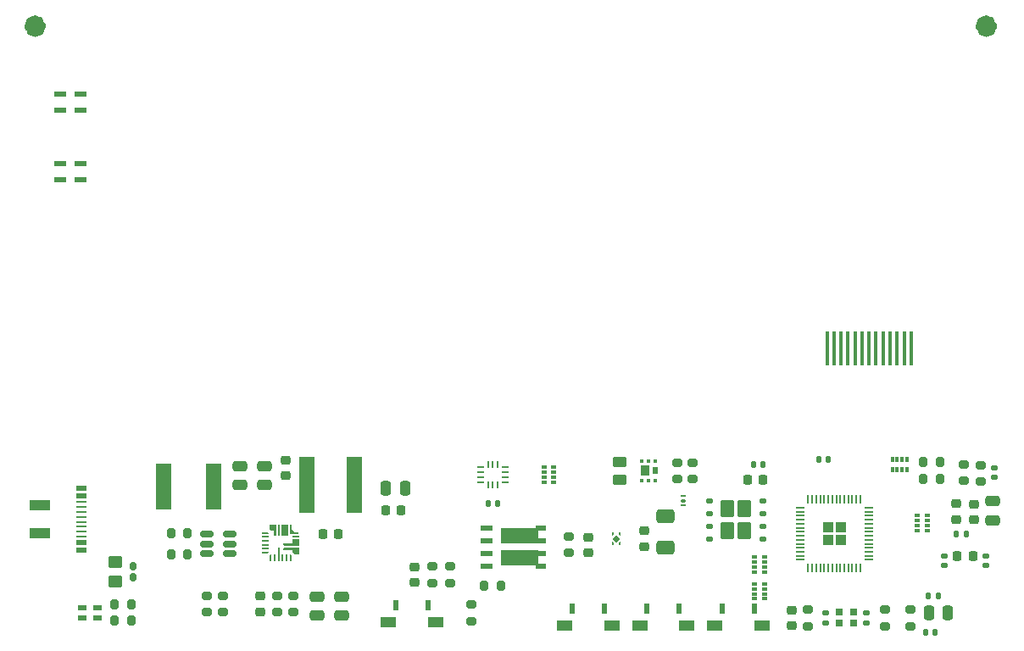
<source format=gbr>
%TF.GenerationSoftware,KiCad,Pcbnew,(5.99.0-11593-g5155093ec0)*%
%TF.CreationDate,2021-08-09T14:05:58+02:00*%
%TF.ProjectId,flatlight_rev21_eside,666c6174-6c69-4676-9874-5f7265763231,rev?*%
%TF.SameCoordinates,Original*%
%TF.FileFunction,Paste,Top*%
%TF.FilePolarity,Positive*%
%FSLAX46Y46*%
G04 Gerber Fmt 4.6, Leading zero omitted, Abs format (unit mm)*
G04 Created by KiCad (PCBNEW (5.99.0-11593-g5155093ec0)) date 2021-08-09 14:05:58*
%MOMM*%
%LPD*%
G01*
G04 APERTURE LIST*
G04 Aperture macros list*
%AMRoundRect*
0 Rectangle with rounded corners*
0 $1 Rounding radius*
0 $2 $3 $4 $5 $6 $7 $8 $9 X,Y pos of 4 corners*
0 Add a 4 corners polygon primitive as box body*
4,1,4,$2,$3,$4,$5,$6,$7,$8,$9,$2,$3,0*
0 Add four circle primitives for the rounded corners*
1,1,$1+$1,$2,$3*
1,1,$1+$1,$4,$5*
1,1,$1+$1,$6,$7*
1,1,$1+$1,$8,$9*
0 Add four rect primitives between the rounded corners*
20,1,$1+$1,$2,$3,$4,$5,0*
20,1,$1+$1,$4,$5,$6,$7,0*
20,1,$1+$1,$6,$7,$8,$9,0*
20,1,$1+$1,$8,$9,$2,$3,0*%
%AMRotRect*
0 Rectangle, with rotation*
0 The origin of the aperture is its center*
0 $1 length*
0 $2 width*
0 $3 Rotation angle, in degrees counterclockwise*
0 Add horizontal line*
21,1,$1,$2,0,0,$3*%
%AMFreePoly0*
4,1,6,0.100000,-0.050000,-0.100000,-0.050000,-0.100000,0.475000,0.000000,0.575000,0.100000,0.575000,0.100000,-0.050000,0.100000,-0.050000,$1*%
%AMFreePoly1*
4,1,7,0.100000,0.575000,0.100000,-0.050000,-0.100000,-0.050000,-0.100000,0.575000,-0.050000,0.625000,0.050000,0.625000,0.100000,0.575000,0.100000,0.575000,$1*%
%AMFreePoly2*
4,1,6,0.100000,0.475000,0.100000,-0.050000,-0.100000,-0.050000,-0.100000,0.575000,0.000000,0.575000,0.100000,0.475000,0.100000,0.475000,$1*%
%AMFreePoly3*
4,1,7,0.100000,1.200000,0.100000,-0.075000,-0.100000,-0.075000,-0.100000,1.200000,-0.050000,1.250000,0.050000,1.250000,0.100000,1.200000,0.100000,1.200000,$1*%
%AMFreePoly4*
4,1,10,0.050000,-0.300000,-0.450000,-0.300000,-0.600000,-0.150000,-0.600000,0.050000,-1.475000,0.050000,-1.525000,0.100000,-1.525000,0.250000,-1.475000,0.300000,0.050000,0.300000,0.050000,-0.300000,0.050000,-0.300000,$1*%
%AMFreePoly5*
4,1,9,0.050000,-0.300000,-1.475000,-0.300000,-1.525000,-0.250000,-1.525000,-0.100000,-1.475000,-0.050000,-0.600000,-0.050000,-0.600000,0.300000,0.050000,0.300000,0.050000,-0.300000,0.050000,-0.300000,$1*%
%AMFreePoly6*
4,1,7,0.050000,-0.100000,-0.575000,-0.100000,-0.625000,-0.050000,-0.625000,0.050000,-0.575000,0.100000,0.050000,0.100000,0.050000,-0.100000,0.050000,-0.100000,$1*%
%AMFreePoly7*
4,1,9,0.100000,-0.400000,0.350000,-0.650000,0.800000,-0.650000,0.800000,-0.850000,-0.050000,-0.850000,-0.100000,-0.800000,-0.100000,0.050000,0.100000,0.050000,0.100000,-0.400000,0.100000,-0.400000,$1*%
%AMFreePoly8*
4,1,7,0.300000,-1.000000,0.250000,-1.050000,-0.250000,-1.050000,-0.300000,-1.000000,-0.300000,0.050000,0.300000,0.050000,0.300000,-1.000000,0.300000,-1.000000,$1*%
%AMFreePoly9*
4,1,7,0.100000,-1.000000,0.050000,-1.050000,-0.050000,-1.050000,-0.100000,-1.000000,-0.100000,0.050000,0.100000,0.050000,0.100000,-1.000000,0.100000,-1.000000,$1*%
%AMFreePoly10*
4,1,10,0.300000,-1.000000,0.250000,-1.050000,0.100000,-1.050000,0.050000,-1.000000,0.050000,-0.550000,-0.200000,-0.550000,-0.300000,-0.450000,-0.300000,0.050000,0.300000,0.050000,0.300000,-1.000000,0.300000,-1.000000,$1*%
%AMFreePoly11*
4,1,5,0.110000,-0.125000,-0.110000,-0.125000,-0.110000,0.125000,0.360000,0.125000,0.110000,-0.125000,0.110000,-0.125000,$1*%
%AMFreePoly12*
4,1,6,0.290000,-0.055000,0.290000,-0.125000,-0.110000,-0.125000,-0.110000,0.125000,0.110000,0.125000,0.290000,-0.055000,0.290000,-0.055000,$1*%
%AMFreePoly13*
4,1,6,0.110000,-0.125000,-0.290000,-0.125000,-0.290000,-0.055000,-0.110000,0.125000,0.110000,0.125000,0.110000,-0.125000,0.110000,-0.125000,$1*%
%AMFreePoly14*
4,1,6,0.110000,-0.125000,-0.110000,-0.125000,-0.290000,0.055000,-0.290000,0.125000,0.110000,0.125000,0.110000,-0.125000,0.110000,-0.125000,$1*%
G04 Aperture macros list end*
%ADD10C,1.067472*%
%ADD11RoundRect,0.200000X-0.200000X-0.275000X0.200000X-0.275000X0.200000X0.275000X-0.200000X0.275000X0*%
%ADD12RoundRect,0.140000X-0.140000X-0.170000X0.140000X-0.170000X0.140000X0.170000X-0.140000X0.170000X0*%
%ADD13RoundRect,0.225000X-0.250000X0.225000X-0.250000X-0.225000X0.250000X-0.225000X0.250000X0.225000X0*%
%ADD14R,0.500000X0.300000*%
%ADD15RoundRect,0.140000X-0.170000X0.140000X-0.170000X-0.140000X0.170000X-0.140000X0.170000X0.140000X0*%
%ADD16RoundRect,0.200000X-0.275000X0.200000X-0.275000X-0.200000X0.275000X-0.200000X0.275000X0.200000X0*%
%ADD17FreePoly0,270.000000*%
%ADD18FreePoly1,270.000000*%
%ADD19FreePoly2,270.000000*%
%ADD20FreePoly0,0.000000*%
%ADD21FreePoly1,0.000000*%
%ADD22FreePoly3,0.000000*%
%ADD23FreePoly2,0.000000*%
%ADD24FreePoly4,0.000000*%
%ADD25R,0.100000X0.100000*%
%ADD26FreePoly5,0.000000*%
%ADD27FreePoly6,0.000000*%
%ADD28FreePoly7,0.000000*%
%ADD29FreePoly8,0.000000*%
%ADD30FreePoly9,0.000000*%
%ADD31FreePoly10,0.000000*%
%ADD32RoundRect,0.225000X0.250000X-0.225000X0.250000X0.225000X-0.250000X0.225000X-0.250000X-0.225000X0*%
%ADD33R,2.000000X1.000000*%
%ADD34R,1.000000X0.520000*%
%ADD35R,1.000000X0.270000*%
%ADD36RoundRect,0.250000X0.450000X-0.350000X0.450000X0.350000X-0.450000X0.350000X-0.450000X-0.350000X0*%
%ADD37R,0.600000X1.000000*%
%ADD38R,1.550000X1.000000*%
%ADD39RoundRect,0.250000X0.250000X0.475000X-0.250000X0.475000X-0.250000X-0.475000X0.250000X-0.475000X0*%
%ADD40RoundRect,0.250000X0.650000X-0.412500X0.650000X0.412500X-0.650000X0.412500X-0.650000X-0.412500X0*%
%ADD41RoundRect,0.140000X0.140000X0.170000X-0.140000X0.170000X-0.140000X-0.170000X0.140000X-0.170000X0*%
%ADD42RoundRect,0.200000X0.275000X-0.200000X0.275000X0.200000X-0.275000X0.200000X-0.275000X-0.200000X0*%
%ADD43RoundRect,0.250000X0.475000X-0.250000X0.475000X0.250000X-0.475000X0.250000X-0.475000X-0.250000X0*%
%ADD44RoundRect,0.200000X0.200000X0.275000X-0.200000X0.275000X-0.200000X-0.275000X0.200000X-0.275000X0*%
%ADD45RoundRect,0.140000X0.170000X-0.140000X0.170000X0.140000X-0.170000X0.140000X-0.170000X-0.140000X0*%
%ADD46RoundRect,0.250000X-0.450000X0.262500X-0.450000X-0.262500X0.450000X-0.262500X0.450000X0.262500X0*%
%ADD47R,1.200000X0.600000*%
%ADD48R,0.300000X0.500000*%
%ADD49RoundRect,0.218750X-0.256250X0.218750X-0.256250X-0.218750X0.256250X-0.218750X0.256250X0.218750X0*%
%ADD50RoundRect,0.050000X-0.200000X0.050000X-0.200000X-0.050000X0.200000X-0.050000X0.200000X0.050000X0*%
%ADD51RoundRect,0.075000X0.175000X-0.075000X0.175000X0.075000X-0.175000X0.075000X-0.175000X-0.075000X0*%
%ADD52RoundRect,0.050000X-0.200000X-0.050000X0.200000X-0.050000X0.200000X0.050000X-0.200000X0.050000X0*%
%ADD53R,1.600000X5.700000*%
%ADD54RoundRect,0.225000X-0.225000X-0.250000X0.225000X-0.250000X0.225000X0.250000X-0.225000X0.250000X0*%
%ADD55R,1.500000X4.600000*%
%ADD56FreePoly11,270.000000*%
%ADD57FreePoly12,270.000000*%
%ADD58FreePoly13,270.000000*%
%ADD59FreePoly14,270.000000*%
%ADD60RotRect,0.480000X0.480000X315.000000*%
%ADD61R,0.350000X3.500000*%
%ADD62R,0.400000X0.425000*%
%ADD63R,0.950000X1.100000*%
%ADD64R,0.480000X0.800000*%
%ADD65R,0.675000X0.250000*%
%ADD66R,0.250000X0.675000*%
%ADD67RoundRect,0.250000X-0.435000X-0.615000X0.435000X-0.615000X0.435000X0.615000X-0.435000X0.615000X0*%
%ADD68RoundRect,0.125000X-0.250000X-0.125000X0.250000X-0.125000X0.250000X0.125000X-0.250000X0.125000X0*%
%ADD69RoundRect,0.150000X-0.512500X-0.150000X0.512500X-0.150000X0.512500X0.150000X-0.512500X0.150000X0*%
%ADD70RoundRect,0.218750X0.218750X0.256250X-0.218750X0.256250X-0.218750X-0.256250X0.218750X-0.256250X0*%
%ADD71R,1.270000X0.610000*%
%ADD72R,3.810000X1.650000*%
%ADD73R,1.020000X0.610000*%
%ADD74RoundRect,0.225000X0.225000X0.250000X-0.225000X0.250000X-0.225000X-0.250000X0.225000X-0.250000X0*%
%ADD75R,0.850000X0.500000*%
%ADD76RoundRect,0.250000X0.292217X0.292217X-0.292217X0.292217X-0.292217X-0.292217X0.292217X-0.292217X0*%
%ADD77RoundRect,0.050000X0.387500X0.050000X-0.387500X0.050000X-0.387500X-0.050000X0.387500X-0.050000X0*%
%ADD78RoundRect,0.050000X0.050000X0.387500X-0.050000X0.387500X-0.050000X-0.387500X0.050000X-0.387500X0*%
%ADD79R,0.800000X0.700000*%
%ADD80RoundRect,0.160000X0.160000X-0.222500X0.160000X0.222500X-0.160000X0.222500X-0.160000X-0.222500X0*%
G04 APERTURE END LIST*
D10*
X138233736Y-29300000D02*
G75*
G03*
X138233736Y-29300000I-533736J0D01*
G01*
X43233736Y-29300000D02*
G75*
G03*
X43233736Y-29300000I-533736J0D01*
G01*
D11*
%TO.C,R20*%
X131400734Y-74500000D03*
X133050734Y-74500000D03*
%TD*%
D12*
%TO.C,C26*%
X114445000Y-73100000D03*
X115405000Y-73100000D03*
%TD*%
D13*
%TO.C,C4*%
X97925734Y-80325000D03*
X97925734Y-81875000D03*
%TD*%
D14*
%TO.C,RN6*%
X93525734Y-73350000D03*
X93525734Y-73850000D03*
X93525734Y-74350000D03*
X93525734Y-74850000D03*
X94525734Y-74850000D03*
X94525734Y-74350000D03*
X94525734Y-73850000D03*
X94525734Y-73350000D03*
%TD*%
D15*
%TO.C,C20*%
X121625734Y-87920000D03*
X121625734Y-88880000D03*
%TD*%
D16*
%TO.C,R7*%
X59850000Y-86175000D03*
X59850000Y-87825000D03*
%TD*%
D17*
%TO.C,U2*%
X65475734Y-79900000D03*
D18*
X65475734Y-80300000D03*
X65475734Y-80700000D03*
X65475734Y-81100000D03*
X65475734Y-81500000D03*
D19*
X65475734Y-81900000D03*
D20*
X66225734Y-82650000D03*
D21*
X66625734Y-82650000D03*
D22*
X67025734Y-82625000D03*
D21*
X67425734Y-82650000D03*
X67825734Y-82650000D03*
D23*
X68225734Y-82650000D03*
D24*
X68975734Y-81700000D03*
D25*
X68875734Y-81700000D03*
D26*
X68975734Y-80900000D03*
D25*
X68875734Y-80900000D03*
D27*
X68975734Y-80300000D03*
D25*
X68950734Y-79900000D03*
D28*
X68225734Y-79150000D03*
D29*
X67625734Y-79150000D03*
D25*
X67625734Y-79250000D03*
D30*
X67025734Y-79150000D03*
D31*
X66425734Y-79150000D03*
D25*
X66425734Y-79250000D03*
%TD*%
D32*
%TO.C,C3*%
X67725734Y-74175000D03*
X67725734Y-72625000D03*
%TD*%
D33*
%TO.C,J1*%
X43135000Y-77150000D03*
X43135000Y-79950000D03*
D34*
X47335000Y-75450000D03*
X47335000Y-76200000D03*
D35*
X47335000Y-76800000D03*
X47335000Y-78300000D03*
X47335000Y-79300000D03*
X47335000Y-80300000D03*
D34*
X47335000Y-80900000D03*
X47335000Y-81650000D03*
X47335000Y-81650000D03*
X47335000Y-80900000D03*
D35*
X47335000Y-79800000D03*
X47335000Y-78800000D03*
X47335000Y-77800000D03*
X47335000Y-77300000D03*
D34*
X47335000Y-76200000D03*
X47335000Y-75450000D03*
%TD*%
D36*
%TO.C,FB1*%
X50700000Y-84800000D03*
X50700000Y-82800000D03*
%TD*%
D32*
%TO.C,C9*%
X80625734Y-84875000D03*
X80625734Y-83325000D03*
%TD*%
D16*
%TO.C,R10*%
X68500000Y-86175000D03*
X68500000Y-87825000D03*
%TD*%
D37*
%TO.C,SW6*%
X99550000Y-87450000D03*
X96325000Y-87450000D03*
D38*
X95600000Y-89175000D03*
X100300000Y-89175000D03*
%TD*%
D39*
%TO.C,C18*%
X133875734Y-87900000D03*
X131975734Y-87900000D03*
%TD*%
D40*
%TO.C,C10*%
X105700000Y-81412500D03*
X105700000Y-78287500D03*
%TD*%
D41*
%TO.C,C15*%
X132905734Y-86200000D03*
X131945734Y-86200000D03*
%TD*%
D42*
%TO.C,R22*%
X127625734Y-89225000D03*
X127625734Y-87575000D03*
%TD*%
D43*
%TO.C,C1*%
X70900000Y-88150000D03*
X70900000Y-86250000D03*
%TD*%
D11*
%TO.C,R3*%
X50645000Y-88670000D03*
X52295000Y-88670000D03*
%TD*%
D44*
%TO.C,R13*%
X57950734Y-79950000D03*
X56300734Y-79950000D03*
%TD*%
D32*
%TO.C,C8*%
X103525734Y-81275000D03*
X103525734Y-79725000D03*
%TD*%
D45*
%TO.C,C25*%
X137700000Y-83180000D03*
X137700000Y-82220000D03*
%TD*%
%TO.C,C24*%
X133500000Y-83180000D03*
X133500000Y-82220000D03*
%TD*%
D11*
%TO.C,R2*%
X50645000Y-87070000D03*
X52295000Y-87070000D03*
%TD*%
D46*
%TO.C,R15*%
X101100000Y-72787500D03*
X101100000Y-74612500D03*
%TD*%
D47*
%TO.C,BT1*%
X45200000Y-37700000D03*
X45200000Y-44600000D03*
X47200000Y-37700000D03*
X47200000Y-44600000D03*
X47200000Y-43000000D03*
X47200000Y-36100000D03*
X45200000Y-36100000D03*
X45200000Y-43000000D03*
%TD*%
D48*
%TO.C,RN4*%
X128315734Y-73610000D03*
X128815734Y-73610000D03*
X129315734Y-73610000D03*
X129815734Y-73610000D03*
X129815734Y-72610000D03*
X129315734Y-72610000D03*
X128815734Y-72610000D03*
X128315734Y-72610000D03*
%TD*%
D44*
%TO.C,R4*%
X89200734Y-85200000D03*
X87550734Y-85200000D03*
%TD*%
D49*
%TO.C,L2*%
X134700000Y-77012500D03*
X134700000Y-78587500D03*
%TD*%
D37*
%TO.C,SW4*%
X114550000Y-87450000D03*
X111325000Y-87450000D03*
D38*
X110600000Y-89175000D03*
X115300000Y-89175000D03*
%TD*%
D50*
%TO.C,JP1*%
X107450000Y-76250000D03*
D51*
X107450000Y-76700000D03*
D52*
X107450000Y-77150000D03*
%TD*%
D53*
%TO.C,L1*%
X74575734Y-75100000D03*
X69875734Y-75100000D03*
%TD*%
D43*
%TO.C,C2*%
X73300000Y-88150000D03*
X73300000Y-86250000D03*
%TD*%
D14*
%TO.C,RN2*%
X130800000Y-78150000D03*
X130800000Y-78650000D03*
X130800000Y-79150000D03*
X130800000Y-79650000D03*
X131800000Y-79650000D03*
X131800000Y-79150000D03*
X131800000Y-78650000D03*
X131800000Y-78150000D03*
%TD*%
D54*
%TO.C,C27*%
X113850734Y-74600000D03*
X115400734Y-74600000D03*
%TD*%
D55*
%TO.C,F1*%
X55525734Y-75300000D03*
X60525734Y-75300000D03*
%TD*%
D32*
%TO.C,C19*%
X118275734Y-89175000D03*
X118275734Y-87625000D03*
%TD*%
D43*
%TO.C,C13*%
X65575734Y-75150000D03*
X65575734Y-73250000D03*
%TD*%
D16*
%TO.C,R17*%
X108363234Y-72875000D03*
X108363234Y-74525000D03*
%TD*%
D42*
%TO.C,R5*%
X96025734Y-81925000D03*
X96025734Y-80275000D03*
%TD*%
D12*
%TO.C,C28*%
X131645734Y-89850000D03*
X132605734Y-89850000D03*
%TD*%
D56*
%TO.C,U1*%
X101050734Y-79960000D03*
D57*
X100400734Y-79960000D03*
D58*
X100400734Y-81040000D03*
D59*
X101050734Y-81040000D03*
D60*
X100725734Y-80500000D03*
%TD*%
D61*
%TO.C,TFT1*%
X121800000Y-61500000D03*
X122500000Y-61500000D03*
X123200000Y-61500000D03*
X123900000Y-61500000D03*
X124600000Y-61500000D03*
X125300000Y-61500000D03*
X126000000Y-61500000D03*
X126700000Y-61500000D03*
X127400000Y-61500000D03*
X128100000Y-61500000D03*
X128800000Y-61500000D03*
X129500000Y-61500000D03*
X130200000Y-61500000D03*
%TD*%
D44*
%TO.C,R12*%
X57950734Y-82050000D03*
X56300734Y-82050000D03*
%TD*%
D32*
%TO.C,C22*%
X136500000Y-78575000D03*
X136500000Y-77025000D03*
%TD*%
D12*
%TO.C,C16*%
X120995734Y-72550000D03*
X121955734Y-72550000D03*
%TD*%
D54*
%TO.C,C5*%
X71425000Y-80000000D03*
X72975000Y-80000000D03*
%TD*%
D62*
%TO.C,Q2*%
X103964738Y-72749888D03*
X103314738Y-72749888D03*
X103314738Y-74649888D03*
X103964738Y-74649888D03*
D63*
X103664738Y-73699888D03*
D64*
X104664738Y-73699888D03*
D62*
X104614738Y-72749888D03*
X104614738Y-74649888D03*
%TD*%
D39*
%TO.C,C6*%
X79625734Y-75450000D03*
X77725734Y-75450000D03*
%TD*%
D16*
%TO.C,R11*%
X86300000Y-87075000D03*
X86300000Y-88725000D03*
%TD*%
D65*
%TO.C,U6*%
X87163234Y-73337500D03*
X87163234Y-73837500D03*
X87163234Y-74337500D03*
X87163234Y-74837500D03*
D66*
X87925734Y-75100000D03*
X88425734Y-75100000D03*
X88925734Y-75100000D03*
D65*
X89688234Y-74837500D03*
X89688234Y-74337500D03*
X89688234Y-73837500D03*
X89688234Y-73337500D03*
D66*
X88925734Y-73075000D03*
X88425734Y-73075000D03*
X87925734Y-73075000D03*
%TD*%
D37*
%TO.C,SW1*%
X81925734Y-87100000D03*
X78700734Y-87100000D03*
D38*
X77975734Y-88825000D03*
X82675734Y-88825000D03*
%TD*%
D67*
%TO.C,U5*%
X111875734Y-77525000D03*
X111875734Y-79675000D03*
X113575734Y-77525000D03*
X113575734Y-79675000D03*
D68*
X110025734Y-76695000D03*
X110025734Y-77965000D03*
X110025734Y-79235000D03*
X110025734Y-80505000D03*
X115425734Y-80505000D03*
X115425734Y-79235000D03*
X115425734Y-77965000D03*
X115425734Y-76695000D03*
%TD*%
D69*
%TO.C,U3*%
X59888234Y-80050000D03*
X59888234Y-81000000D03*
X59888234Y-81950000D03*
X62163234Y-81950000D03*
X62163234Y-81000000D03*
X62163234Y-80050000D03*
%TD*%
D16*
%TO.C,R6*%
X84125734Y-83275000D03*
X84125734Y-84925000D03*
%TD*%
%TO.C,R18*%
X135425734Y-73075000D03*
X135425734Y-74725000D03*
%TD*%
D70*
%TO.C,L3*%
X136387500Y-82200000D03*
X134812500Y-82200000D03*
%TD*%
D71*
%TO.C,Q1*%
X87755734Y-79395000D03*
X87755734Y-80665000D03*
X87755734Y-81935000D03*
X87755734Y-83205000D03*
D72*
X91115734Y-82430000D03*
D73*
X93220734Y-83205000D03*
X93220734Y-81935000D03*
X93220734Y-80665000D03*
D72*
X91115734Y-80170000D03*
D73*
X93220734Y-79395000D03*
%TD*%
D13*
%TO.C,C11*%
X65200000Y-86225000D03*
X65200000Y-87775000D03*
%TD*%
D43*
%TO.C,C12*%
X63175734Y-75150000D03*
X63175734Y-73250000D03*
%TD*%
D74*
%TO.C,C7*%
X79250734Y-77650000D03*
X77700734Y-77650000D03*
%TD*%
D14*
%TO.C,RN3*%
X115525734Y-86500000D03*
X115525734Y-86000000D03*
X115525734Y-85500000D03*
X115525734Y-85000000D03*
X114525734Y-85000000D03*
X114525734Y-85500000D03*
X114525734Y-86000000D03*
X114525734Y-86500000D03*
%TD*%
D41*
%TO.C,C29*%
X88905734Y-77000000D03*
X87945734Y-77000000D03*
%TD*%
D75*
%TO.C,D1*%
X48970000Y-88370000D03*
X48970000Y-87370000D03*
X47370000Y-88370000D03*
X47370000Y-87370000D03*
%TD*%
D16*
%TO.C,R1*%
X82401214Y-83275000D03*
X82401214Y-84925000D03*
%TD*%
%TO.C,R8*%
X61500000Y-86175000D03*
X61500000Y-87825000D03*
%TD*%
D42*
%TO.C,R21*%
X119925734Y-89225000D03*
X119925734Y-87575000D03*
%TD*%
D76*
%TO.C,U4*%
X123163234Y-80637500D03*
X121888234Y-80637500D03*
X121888234Y-79362500D03*
X123163234Y-79362500D03*
D77*
X125963234Y-82600000D03*
X125963234Y-82200000D03*
X125963234Y-81800000D03*
X125963234Y-81400000D03*
X125963234Y-81000000D03*
X125963234Y-80600000D03*
X125963234Y-80200000D03*
X125963234Y-79800000D03*
X125963234Y-79400000D03*
X125963234Y-79000000D03*
X125963234Y-78600000D03*
X125963234Y-78200000D03*
X125963234Y-77800000D03*
X125963234Y-77400000D03*
D78*
X125125734Y-76562500D03*
X124725734Y-76562500D03*
X124325734Y-76562500D03*
X123925734Y-76562500D03*
X123525734Y-76562500D03*
X123125734Y-76562500D03*
X122725734Y-76562500D03*
X122325734Y-76562500D03*
X121925734Y-76562500D03*
X121525734Y-76562500D03*
X121125734Y-76562500D03*
X120725734Y-76562500D03*
X120325734Y-76562500D03*
X119925734Y-76562500D03*
D77*
X119088234Y-77400000D03*
X119088234Y-77800000D03*
X119088234Y-78200000D03*
X119088234Y-78600000D03*
X119088234Y-79000000D03*
X119088234Y-79400000D03*
X119088234Y-79800000D03*
X119088234Y-80200000D03*
X119088234Y-80600000D03*
X119088234Y-81000000D03*
X119088234Y-81400000D03*
X119088234Y-81800000D03*
X119088234Y-82200000D03*
X119088234Y-82600000D03*
D78*
X119925734Y-83437500D03*
X120325734Y-83437500D03*
X120725734Y-83437500D03*
X121125734Y-83437500D03*
X121525734Y-83437500D03*
X121925734Y-83437500D03*
X122325734Y-83437500D03*
X122725734Y-83437500D03*
X123125734Y-83437500D03*
X123525734Y-83437500D03*
X123925734Y-83437500D03*
X124325734Y-83437500D03*
X124725734Y-83437500D03*
X125125734Y-83437500D03*
%TD*%
D42*
%TO.C,R16*%
X137150000Y-74775000D03*
X137150000Y-73125000D03*
%TD*%
D14*
%TO.C,RN1*%
X115525734Y-83800000D03*
X115525734Y-83300000D03*
X115525734Y-82800000D03*
X115525734Y-82300000D03*
X114525734Y-82300000D03*
X114525734Y-82800000D03*
X114525734Y-83300000D03*
X114525734Y-83800000D03*
%TD*%
D79*
%TO.C,Y1*%
X123025000Y-88950000D03*
X124425000Y-88950000D03*
X124425000Y-87850000D03*
X123025000Y-87850000D03*
%TD*%
D11*
%TO.C,R23*%
X131420734Y-72800000D03*
X133070734Y-72800000D03*
%TD*%
D37*
%TO.C,SW5*%
X107050000Y-87450000D03*
X103825000Y-87450000D03*
D38*
X107800000Y-89175000D03*
X103100000Y-89175000D03*
%TD*%
D42*
%TO.C,R14*%
X130125734Y-89225000D03*
X130125734Y-87575000D03*
%TD*%
D41*
%TO.C,C21*%
X135680000Y-80000000D03*
X134720000Y-80000000D03*
%TD*%
D80*
%TO.C,D2*%
X52470000Y-84372500D03*
X52470000Y-83227500D03*
%TD*%
D42*
%TO.C,R9*%
X66850000Y-87825000D03*
X66850000Y-86175000D03*
%TD*%
D45*
%TO.C,C49*%
X138500000Y-74380000D03*
X138500000Y-73420000D03*
%TD*%
D43*
%TO.C,C23*%
X138300000Y-78650000D03*
X138300000Y-76750000D03*
%TD*%
D16*
%TO.C,R19*%
X106813234Y-72875000D03*
X106813234Y-74525000D03*
%TD*%
D15*
%TO.C,C14*%
X125725734Y-87920000D03*
X125725734Y-88880000D03*
%TD*%
M02*

</source>
